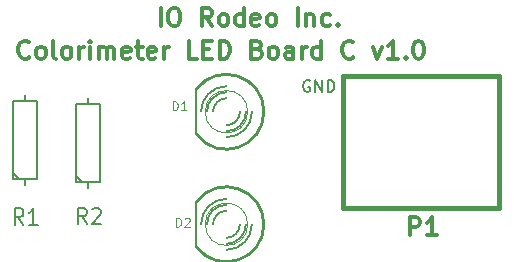
<source format=gto>
G04 (created by PCBNEW (2013-feb-26)-testing) date Fri 08 Mar 2013 03:50:30 PM PST*
%MOIN*%
G04 Gerber Fmt 3.4, Leading zero omitted, Abs format*
%FSLAX34Y34*%
G01*
G70*
G90*
G04 APERTURE LIST*
%ADD10C,2.3622e-06*%
%ADD11C,0.0079*%
%ADD12C,0.012*%
%ADD13C,0.015*%
%ADD14C,0.008*%
%ADD15C,0.003*%
%ADD16C,0.01*%
%ADD17C,0.006*%
%ADD18C,0.0035*%
G04 APERTURE END LIST*
G54D10*
G54D11*
X41675Y-22708D02*
X41638Y-22689D01*
X41582Y-22689D01*
X41525Y-22708D01*
X41488Y-22745D01*
X41469Y-22783D01*
X41450Y-22858D01*
X41450Y-22914D01*
X41469Y-22989D01*
X41488Y-23027D01*
X41525Y-23064D01*
X41582Y-23083D01*
X41619Y-23083D01*
X41675Y-23064D01*
X41694Y-23045D01*
X41694Y-22914D01*
X41619Y-22914D01*
X41863Y-23083D02*
X41863Y-22689D01*
X42088Y-23083D01*
X42088Y-22689D01*
X42276Y-23083D02*
X42276Y-22689D01*
X42370Y-22689D01*
X42426Y-22708D01*
X42463Y-22745D01*
X42482Y-22783D01*
X42501Y-22858D01*
X42501Y-22914D01*
X42482Y-22989D01*
X42463Y-23027D01*
X42426Y-23064D01*
X42370Y-23083D01*
X42276Y-23083D01*
G54D12*
X36702Y-20892D02*
X36702Y-20292D01*
X37102Y-20292D02*
X37217Y-20292D01*
X37274Y-20321D01*
X37331Y-20378D01*
X37360Y-20492D01*
X37360Y-20692D01*
X37331Y-20807D01*
X37274Y-20864D01*
X37217Y-20892D01*
X37102Y-20892D01*
X37045Y-20864D01*
X36988Y-20807D01*
X36960Y-20692D01*
X36960Y-20492D01*
X36988Y-20378D01*
X37045Y-20321D01*
X37102Y-20292D01*
X38417Y-20892D02*
X38217Y-20607D01*
X38074Y-20892D02*
X38074Y-20292D01*
X38302Y-20292D01*
X38360Y-20321D01*
X38388Y-20350D01*
X38417Y-20407D01*
X38417Y-20492D01*
X38388Y-20550D01*
X38360Y-20578D01*
X38302Y-20607D01*
X38074Y-20607D01*
X38760Y-20892D02*
X38702Y-20864D01*
X38674Y-20835D01*
X38645Y-20778D01*
X38645Y-20607D01*
X38674Y-20550D01*
X38702Y-20521D01*
X38760Y-20492D01*
X38845Y-20492D01*
X38902Y-20521D01*
X38931Y-20550D01*
X38960Y-20607D01*
X38960Y-20778D01*
X38931Y-20835D01*
X38902Y-20864D01*
X38845Y-20892D01*
X38760Y-20892D01*
X39474Y-20892D02*
X39474Y-20292D01*
X39474Y-20864D02*
X39417Y-20892D01*
X39302Y-20892D01*
X39245Y-20864D01*
X39217Y-20835D01*
X39188Y-20778D01*
X39188Y-20607D01*
X39217Y-20550D01*
X39245Y-20521D01*
X39302Y-20492D01*
X39417Y-20492D01*
X39474Y-20521D01*
X39988Y-20864D02*
X39931Y-20892D01*
X39817Y-20892D01*
X39760Y-20864D01*
X39731Y-20807D01*
X39731Y-20578D01*
X39760Y-20521D01*
X39817Y-20492D01*
X39931Y-20492D01*
X39988Y-20521D01*
X40017Y-20578D01*
X40017Y-20635D01*
X39731Y-20692D01*
X40360Y-20892D02*
X40302Y-20864D01*
X40274Y-20835D01*
X40245Y-20778D01*
X40245Y-20607D01*
X40274Y-20550D01*
X40302Y-20521D01*
X40360Y-20492D01*
X40445Y-20492D01*
X40502Y-20521D01*
X40531Y-20550D01*
X40560Y-20607D01*
X40560Y-20778D01*
X40531Y-20835D01*
X40502Y-20864D01*
X40445Y-20892D01*
X40360Y-20892D01*
X41274Y-20892D02*
X41274Y-20292D01*
X41560Y-20492D02*
X41560Y-20892D01*
X41560Y-20550D02*
X41588Y-20521D01*
X41645Y-20492D01*
X41731Y-20492D01*
X41788Y-20521D01*
X41817Y-20578D01*
X41817Y-20892D01*
X42360Y-20864D02*
X42302Y-20892D01*
X42188Y-20892D01*
X42131Y-20864D01*
X42102Y-20835D01*
X42074Y-20778D01*
X42074Y-20607D01*
X42102Y-20550D01*
X42131Y-20521D01*
X42188Y-20492D01*
X42302Y-20492D01*
X42360Y-20521D01*
X42617Y-20835D02*
X42645Y-20864D01*
X42617Y-20892D01*
X42588Y-20864D01*
X42617Y-20835D01*
X42617Y-20892D01*
X32334Y-21925D02*
X32305Y-21954D01*
X32220Y-21982D01*
X32162Y-21982D01*
X32077Y-21954D01*
X32020Y-21897D01*
X31991Y-21840D01*
X31962Y-21725D01*
X31962Y-21640D01*
X31991Y-21525D01*
X32020Y-21468D01*
X32077Y-21411D01*
X32162Y-21382D01*
X32220Y-21382D01*
X32305Y-21411D01*
X32334Y-21440D01*
X32677Y-21982D02*
X32620Y-21954D01*
X32591Y-21925D01*
X32562Y-21868D01*
X32562Y-21697D01*
X32591Y-21640D01*
X32620Y-21611D01*
X32677Y-21582D01*
X32762Y-21582D01*
X32820Y-21611D01*
X32848Y-21640D01*
X32877Y-21697D01*
X32877Y-21868D01*
X32848Y-21925D01*
X32820Y-21954D01*
X32762Y-21982D01*
X32677Y-21982D01*
X33219Y-21982D02*
X33162Y-21954D01*
X33134Y-21897D01*
X33134Y-21382D01*
X33534Y-21982D02*
X33477Y-21954D01*
X33448Y-21925D01*
X33420Y-21868D01*
X33420Y-21697D01*
X33448Y-21640D01*
X33477Y-21611D01*
X33534Y-21582D01*
X33620Y-21582D01*
X33677Y-21611D01*
X33705Y-21640D01*
X33734Y-21697D01*
X33734Y-21868D01*
X33705Y-21925D01*
X33677Y-21954D01*
X33620Y-21982D01*
X33534Y-21982D01*
X33991Y-21982D02*
X33991Y-21582D01*
X33991Y-21697D02*
X34020Y-21640D01*
X34048Y-21611D01*
X34105Y-21582D01*
X34162Y-21582D01*
X34362Y-21982D02*
X34362Y-21582D01*
X34362Y-21382D02*
X34334Y-21411D01*
X34362Y-21440D01*
X34391Y-21411D01*
X34362Y-21382D01*
X34362Y-21440D01*
X34648Y-21982D02*
X34648Y-21582D01*
X34648Y-21640D02*
X34677Y-21611D01*
X34734Y-21582D01*
X34820Y-21582D01*
X34877Y-21611D01*
X34905Y-21668D01*
X34905Y-21982D01*
X34905Y-21668D02*
X34934Y-21611D01*
X34991Y-21582D01*
X35077Y-21582D01*
X35134Y-21611D01*
X35162Y-21668D01*
X35162Y-21982D01*
X35677Y-21954D02*
X35620Y-21982D01*
X35505Y-21982D01*
X35448Y-21954D01*
X35420Y-21897D01*
X35420Y-21668D01*
X35448Y-21611D01*
X35505Y-21582D01*
X35620Y-21582D01*
X35677Y-21611D01*
X35705Y-21668D01*
X35705Y-21725D01*
X35420Y-21782D01*
X35877Y-21582D02*
X36105Y-21582D01*
X35962Y-21382D02*
X35962Y-21897D01*
X35991Y-21954D01*
X36048Y-21982D01*
X36105Y-21982D01*
X36534Y-21954D02*
X36477Y-21982D01*
X36362Y-21982D01*
X36305Y-21954D01*
X36277Y-21897D01*
X36277Y-21668D01*
X36305Y-21611D01*
X36362Y-21582D01*
X36477Y-21582D01*
X36534Y-21611D01*
X36562Y-21668D01*
X36562Y-21725D01*
X36277Y-21782D01*
X36820Y-21982D02*
X36820Y-21582D01*
X36820Y-21697D02*
X36848Y-21640D01*
X36877Y-21611D01*
X36934Y-21582D01*
X36991Y-21582D01*
X37934Y-21982D02*
X37648Y-21982D01*
X37648Y-21382D01*
X38134Y-21668D02*
X38334Y-21668D01*
X38420Y-21982D02*
X38134Y-21982D01*
X38134Y-21382D01*
X38420Y-21382D01*
X38677Y-21982D02*
X38677Y-21382D01*
X38820Y-21382D01*
X38905Y-21411D01*
X38962Y-21468D01*
X38991Y-21525D01*
X39020Y-21640D01*
X39020Y-21725D01*
X38991Y-21840D01*
X38962Y-21897D01*
X38905Y-21954D01*
X38820Y-21982D01*
X38677Y-21982D01*
X39934Y-21668D02*
X40020Y-21697D01*
X40048Y-21725D01*
X40077Y-21782D01*
X40077Y-21868D01*
X40048Y-21925D01*
X40020Y-21954D01*
X39962Y-21982D01*
X39734Y-21982D01*
X39734Y-21382D01*
X39934Y-21382D01*
X39991Y-21411D01*
X40020Y-21440D01*
X40048Y-21497D01*
X40048Y-21554D01*
X40020Y-21611D01*
X39991Y-21640D01*
X39934Y-21668D01*
X39734Y-21668D01*
X40420Y-21982D02*
X40362Y-21954D01*
X40334Y-21925D01*
X40305Y-21868D01*
X40305Y-21697D01*
X40334Y-21640D01*
X40362Y-21611D01*
X40420Y-21582D01*
X40505Y-21582D01*
X40562Y-21611D01*
X40591Y-21640D01*
X40620Y-21697D01*
X40620Y-21868D01*
X40591Y-21925D01*
X40562Y-21954D01*
X40505Y-21982D01*
X40420Y-21982D01*
X41134Y-21982D02*
X41134Y-21668D01*
X41105Y-21611D01*
X41048Y-21582D01*
X40934Y-21582D01*
X40877Y-21611D01*
X41134Y-21954D02*
X41077Y-21982D01*
X40934Y-21982D01*
X40877Y-21954D01*
X40848Y-21897D01*
X40848Y-21840D01*
X40877Y-21782D01*
X40934Y-21754D01*
X41077Y-21754D01*
X41134Y-21725D01*
X41420Y-21982D02*
X41420Y-21582D01*
X41420Y-21697D02*
X41448Y-21640D01*
X41477Y-21611D01*
X41534Y-21582D01*
X41591Y-21582D01*
X42048Y-21982D02*
X42048Y-21382D01*
X42048Y-21954D02*
X41991Y-21982D01*
X41877Y-21982D01*
X41820Y-21954D01*
X41791Y-21925D01*
X41762Y-21868D01*
X41762Y-21697D01*
X41791Y-21640D01*
X41820Y-21611D01*
X41877Y-21582D01*
X41991Y-21582D01*
X42048Y-21611D01*
X43134Y-21925D02*
X43105Y-21954D01*
X43020Y-21982D01*
X42962Y-21982D01*
X42877Y-21954D01*
X42820Y-21897D01*
X42791Y-21840D01*
X42762Y-21725D01*
X42762Y-21640D01*
X42791Y-21525D01*
X42820Y-21468D01*
X42877Y-21411D01*
X42962Y-21382D01*
X43020Y-21382D01*
X43105Y-21411D01*
X43134Y-21440D01*
X43791Y-21582D02*
X43934Y-21982D01*
X44077Y-21582D01*
X44620Y-21982D02*
X44277Y-21982D01*
X44448Y-21982D02*
X44448Y-21382D01*
X44391Y-21468D01*
X44334Y-21525D01*
X44277Y-21554D01*
X44877Y-21925D02*
X44905Y-21954D01*
X44877Y-21982D01*
X44848Y-21954D01*
X44877Y-21925D01*
X44877Y-21982D01*
X45277Y-21382D02*
X45334Y-21382D01*
X45391Y-21411D01*
X45420Y-21440D01*
X45448Y-21497D01*
X45477Y-21611D01*
X45477Y-21754D01*
X45448Y-21868D01*
X45420Y-21925D01*
X45391Y-21954D01*
X45334Y-21982D01*
X45277Y-21982D01*
X45220Y-21954D01*
X45191Y-21925D01*
X45162Y-21868D01*
X45134Y-21754D01*
X45134Y-21611D01*
X45162Y-21497D01*
X45191Y-21440D01*
X45220Y-21411D01*
X45277Y-21382D01*
G54D13*
X42800Y-26950D02*
X42800Y-22550D01*
X42800Y-22550D02*
X48000Y-22550D01*
X48000Y-22550D02*
X48000Y-26950D01*
X48000Y-26950D02*
X42800Y-26950D01*
G54D14*
X37880Y-23000D02*
X37880Y-24500D01*
G54D15*
X39607Y-23750D02*
G75*
G03X39607Y-23750I-707J0D01*
G74*
G01*
G54D16*
X37900Y-24500D02*
G75*
G03X37900Y-22999I999J750D01*
G74*
G01*
G54D17*
X38900Y-24200D02*
G75*
G03X39350Y-23750I0J450D01*
G74*
G01*
X38900Y-23300D02*
G75*
G03X38450Y-23750I0J-450D01*
G74*
G01*
X38900Y-24400D02*
G75*
G03X39550Y-23750I0J650D01*
G74*
G01*
X38900Y-23100D02*
G75*
G03X38250Y-23750I0J-650D01*
G74*
G01*
X38900Y-24600D02*
G75*
G03X39750Y-23750I0J850D01*
G74*
G01*
X38900Y-22900D02*
G75*
G03X38050Y-23750I0J-850D01*
G74*
G01*
G54D14*
X32200Y-26180D02*
X32200Y-25980D01*
X32200Y-23180D02*
X32200Y-23380D01*
X32200Y-23380D02*
X31800Y-23380D01*
X31800Y-23380D02*
X31800Y-25980D01*
X31800Y-25980D02*
X32600Y-25980D01*
X32600Y-25980D02*
X32600Y-23380D01*
X32600Y-23380D02*
X32200Y-23380D01*
X32000Y-25980D02*
X31800Y-25780D01*
X34270Y-26280D02*
X34270Y-26080D01*
X34270Y-23280D02*
X34270Y-23480D01*
X34270Y-23480D02*
X33870Y-23480D01*
X33870Y-23480D02*
X33870Y-26080D01*
X33870Y-26080D02*
X34670Y-26080D01*
X34670Y-26080D02*
X34670Y-23480D01*
X34670Y-23480D02*
X34270Y-23480D01*
X34070Y-26080D02*
X33870Y-25880D01*
X37880Y-26750D02*
X37880Y-28250D01*
G54D15*
X39607Y-27500D02*
G75*
G03X39607Y-27500I-707J0D01*
G74*
G01*
G54D16*
X37900Y-28250D02*
G75*
G03X37900Y-26749I999J750D01*
G74*
G01*
G54D17*
X38900Y-27950D02*
G75*
G03X39350Y-27500I0J450D01*
G74*
G01*
X38900Y-27050D02*
G75*
G03X38450Y-27500I0J-450D01*
G74*
G01*
X38900Y-28150D02*
G75*
G03X39550Y-27500I0J650D01*
G74*
G01*
X38900Y-26850D02*
G75*
G03X38250Y-27500I0J-650D01*
G74*
G01*
X38900Y-28350D02*
G75*
G03X39750Y-27500I0J850D01*
G74*
G01*
X38900Y-26650D02*
G75*
G03X38050Y-27500I0J-850D01*
G74*
G01*
G54D12*
X45007Y-27872D02*
X45007Y-27272D01*
X45235Y-27272D01*
X45292Y-27301D01*
X45321Y-27330D01*
X45350Y-27387D01*
X45350Y-27472D01*
X45321Y-27530D01*
X45292Y-27558D01*
X45235Y-27587D01*
X45007Y-27587D01*
X45921Y-27872D02*
X45578Y-27872D01*
X45750Y-27872D02*
X45750Y-27272D01*
X45692Y-27358D01*
X45635Y-27415D01*
X45578Y-27444D01*
G54D18*
X37108Y-23701D02*
X37108Y-23401D01*
X37180Y-23401D01*
X37222Y-23415D01*
X37251Y-23444D01*
X37265Y-23472D01*
X37280Y-23530D01*
X37280Y-23572D01*
X37265Y-23630D01*
X37251Y-23658D01*
X37222Y-23687D01*
X37180Y-23701D01*
X37108Y-23701D01*
X37565Y-23701D02*
X37394Y-23701D01*
X37480Y-23701D02*
X37480Y-23401D01*
X37451Y-23444D01*
X37422Y-23472D01*
X37394Y-23487D01*
G54D14*
X32126Y-27522D02*
X31960Y-27260D01*
X31840Y-27522D02*
X31840Y-26972D01*
X32031Y-26972D01*
X32079Y-26998D01*
X32102Y-27025D01*
X32126Y-27077D01*
X32126Y-27155D01*
X32102Y-27208D01*
X32079Y-27234D01*
X32031Y-27260D01*
X31840Y-27260D01*
X32602Y-27522D02*
X32317Y-27522D01*
X32460Y-27522D02*
X32460Y-26972D01*
X32412Y-27051D01*
X32364Y-27103D01*
X32317Y-27129D01*
X34236Y-27502D02*
X34070Y-27240D01*
X33950Y-27502D02*
X33950Y-26952D01*
X34141Y-26952D01*
X34189Y-26978D01*
X34212Y-27005D01*
X34236Y-27057D01*
X34236Y-27135D01*
X34212Y-27188D01*
X34189Y-27214D01*
X34141Y-27240D01*
X33950Y-27240D01*
X34427Y-27005D02*
X34450Y-26978D01*
X34498Y-26952D01*
X34617Y-26952D01*
X34665Y-26978D01*
X34689Y-27005D01*
X34712Y-27057D01*
X34712Y-27109D01*
X34689Y-27188D01*
X34403Y-27502D01*
X34712Y-27502D01*
G54D18*
X37218Y-27581D02*
X37218Y-27281D01*
X37290Y-27281D01*
X37332Y-27295D01*
X37361Y-27324D01*
X37375Y-27352D01*
X37390Y-27410D01*
X37390Y-27452D01*
X37375Y-27510D01*
X37361Y-27538D01*
X37332Y-27567D01*
X37290Y-27581D01*
X37218Y-27581D01*
X37504Y-27310D02*
X37518Y-27295D01*
X37547Y-27281D01*
X37618Y-27281D01*
X37647Y-27295D01*
X37661Y-27310D01*
X37675Y-27338D01*
X37675Y-27367D01*
X37661Y-27410D01*
X37490Y-27581D01*
X37675Y-27581D01*
M02*

</source>
